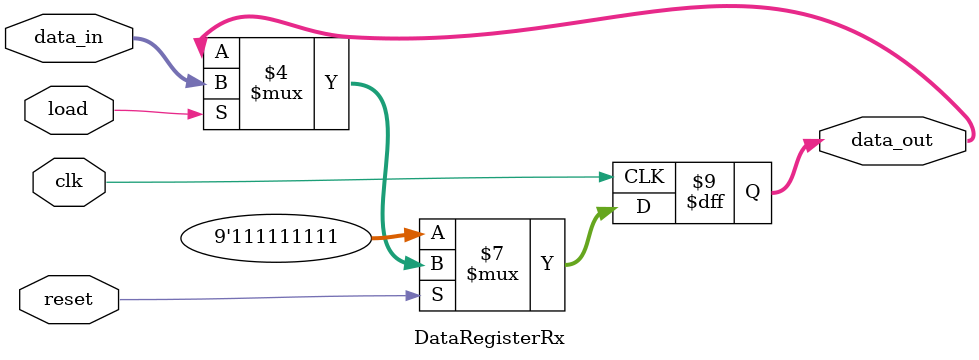
<source format=v>
/* Receiver */
/* Data Register Module */

/* This module stores the received data
which comprises 9 bits that are necessary
to be handled: 1 stop bits + 1 parity bits
+ 7 data bits the 7 segment decoder and 
the error detector take the data stored in
this module to do some further operation */

module DataRegisterRx
(
	clk,
	reset,
	load,
	data_in,
	data_out
);

input					clk;
input 				reset;
input					load;
input  	[8:0] 	data_in;

output 	[8:0]		data_out;

reg	 	[8:0] 	data_out;


initial
begin
	data_out = 9'b11_1111111;
end

always @(posedge clk)
begin
	if(!reset)
		data_out <= 9'b11_1111111;
		
	else if(load)
		// when load signal is received from the controller, the module load the data from the shift register to 
		data_out <= data_in;
end
endmodule
</source>
